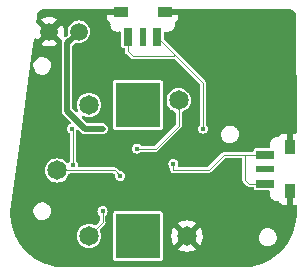
<source format=gbr>
%TF.GenerationSoftware,KiCad,Pcbnew,7.0.8*%
%TF.CreationDate,2024-03-13T10:46:14+01:00*%
%TF.ProjectId,HMI,484d492e-6b69-4636-9164-5f7063625858,rev?*%
%TF.SameCoordinates,Original*%
%TF.FileFunction,Copper,L1,Top*%
%TF.FilePolarity,Positive*%
%FSLAX46Y46*%
G04 Gerber Fmt 4.6, Leading zero omitted, Abs format (unit mm)*
G04 Created by KiCad (PCBNEW 7.0.8) date 2024-03-13 10:46:14*
%MOMM*%
%LPD*%
G01*
G04 APERTURE LIST*
%TA.AperFunction,SMDPad,CuDef*%
%ADD10R,0.750000X1.500000*%
%TD*%
%TA.AperFunction,SMDPad,CuDef*%
%ADD11R,0.600000X1.500000*%
%TD*%
%TA.AperFunction,SMDPad,CuDef*%
%ADD12R,1.300000X0.900000*%
%TD*%
%TA.AperFunction,SMDPad,CuDef*%
%ADD13C,1.500000*%
%TD*%
%TA.AperFunction,SMDPad,CuDef*%
%ADD14R,1.500000X0.750000*%
%TD*%
%TA.AperFunction,SMDPad,CuDef*%
%ADD15R,1.500000X0.600000*%
%TD*%
%TA.AperFunction,SMDPad,CuDef*%
%ADD16R,0.900000X1.300000*%
%TD*%
%TA.AperFunction,ComponentPad*%
%ADD17R,3.816000X3.816000*%
%TD*%
%TA.AperFunction,ComponentPad*%
%ADD18C,1.650000*%
%TD*%
%TA.AperFunction,ViaPad*%
%ADD19C,0.450000*%
%TD*%
%TA.AperFunction,Conductor*%
%ADD20C,0.100000*%
%TD*%
%TA.AperFunction,Conductor*%
%ADD21C,0.500000*%
%TD*%
G04 APERTURE END LIST*
D10*
%TO.P,SW103,1,1*%
%TO.N,/BUTTON2_HMI_BOARD*%
X158568827Y-96115870D03*
X156118827Y-96115870D03*
D11*
%TO.P,SW103,2,2*%
%TO.N,GND*%
X157343827Y-96115870D03*
D12*
%TO.P,SW103,3*%
X159193827Y-94015870D03*
X155493827Y-94015870D03*
%TD*%
D13*
%TO.P,TP102,1*%
%TO.N,GND*%
X149443827Y-95665870D03*
%TD*%
D14*
%TO.P,SW102,1,1*%
%TO.N,/BUTTON1_HMI_BOARD*%
X167693827Y-108535120D03*
X167693827Y-106085120D03*
D15*
%TO.P,SW102,2,2*%
%TO.N,GND*%
X167693827Y-107310120D03*
D16*
%TO.P,SW102,3*%
X169793827Y-109160120D03*
X169793827Y-105460120D03*
%TD*%
D13*
%TO.P,TP101,1*%
%TO.N,VBUS*%
X151943827Y-95665870D03*
%TD*%
D17*
%TO.P,SW101,*%
%TO.N,*%
X156943827Y-112965870D03*
X156943827Y-101865870D03*
D18*
%TO.P,SW101,A,A*%
%TO.N,/ENCODER_A_HMI_BOARD*%
X152793827Y-112965870D03*
%TO.P,SW101,B,B*%
%TO.N,/ENCODER_B_HMI_BOARD*%
X152793827Y-101865870D03*
%TO.P,SW101,C,C*%
%TO.N,GND*%
X161093827Y-112965870D03*
%TO.P,SW101,S1,S1*%
%TO.N,/ENCODER_S1_HMI_BOARD*%
X160393827Y-101465870D03*
%TO.P,SW101,S2,S2*%
%TO.N,/ENCODER_S2_HMI_BOARD*%
X150093827Y-107415870D03*
%TD*%
D19*
%TO.N,/BUTTON2_HMI_BOARD*%
X162443827Y-103865870D03*
%TO.N,/BUTTON1_HMI_BOARD*%
X159943827Y-106865870D03*
%TO.N,/ENCODER_S1_HMI_BOARD*%
X156843827Y-105565870D03*
%TO.N,/ENCODER_B_HMI_BOARD*%
X151343827Y-103865870D03*
X151443827Y-106965870D03*
%TO.N,/ENCODER_A_HMI_BOARD*%
X153943827Y-110865870D03*
%TO.N,/ENCODER_S2_HMI_BOARD*%
X155443827Y-107865870D03*
%TO.N,VBUS*%
X153943827Y-103865870D03*
%TO.N,GND*%
X162943827Y-98365870D03*
X162943827Y-109365870D03*
X169943827Y-97365870D03*
X167943827Y-103365870D03*
X150943827Y-105365870D03*
X147943827Y-108365870D03*
X162943827Y-113365870D03*
X147943827Y-113365870D03*
X152943827Y-98365870D03*
X157943827Y-98365870D03*
X162943827Y-108365870D03*
X147943827Y-103365870D03*
X167943827Y-98365870D03*
X162943827Y-103365870D03*
%TD*%
D20*
%TO.N,/BUTTON2_HMI_BOARD*%
X156543827Y-97765870D02*
X159943827Y-97765870D01*
X159943827Y-97765870D02*
X160081327Y-97628370D01*
X156118827Y-96115870D02*
X156118827Y-97340870D01*
X162443827Y-103865870D02*
X162443827Y-99990870D01*
X162443827Y-99990870D02*
X160081327Y-97628370D01*
X160081327Y-97628370D02*
X158568827Y-96115870D01*
X156118827Y-97340870D02*
X156543827Y-97765870D01*
%TO.N,/BUTTON1_HMI_BOARD*%
X162943827Y-107365870D02*
X159943827Y-107365870D01*
X166313077Y-108535120D02*
X166043827Y-108265870D01*
X166043827Y-108265870D02*
X166043827Y-106085120D01*
X167693827Y-108535120D02*
X166313077Y-108535120D01*
X166043827Y-106085120D02*
X164224577Y-106085120D01*
X167693827Y-106085120D02*
X166043827Y-106085120D01*
X159943827Y-107365870D02*
X159943827Y-106865870D01*
X164224577Y-106085120D02*
X162943827Y-107365870D01*
%TO.N,/ENCODER_S1_HMI_BOARD*%
X156843827Y-105565870D02*
X158443827Y-105565870D01*
X160393827Y-103615870D02*
X160393827Y-101465870D01*
X158443827Y-105565870D02*
X160393827Y-103615870D01*
%TO.N,/ENCODER_B_HMI_BOARD*%
X151443827Y-103965870D02*
X151343827Y-103865870D01*
X151443827Y-106965870D02*
X151443827Y-103965870D01*
%TO.N,/ENCODER_A_HMI_BOARD*%
X153943827Y-111815870D02*
X153943827Y-110865870D01*
X152793827Y-112965870D02*
X153943827Y-111815870D01*
%TO.N,/ENCODER_S2_HMI_BOARD*%
X154993827Y-107415870D02*
X155443827Y-107865870D01*
X150093827Y-107415870D02*
X154993827Y-107415870D01*
D21*
%TO.N,VBUS*%
X152443827Y-103865870D02*
X153943827Y-103865870D01*
X150943827Y-96665870D02*
X150943827Y-102365870D01*
X150943827Y-102365870D02*
X152443827Y-103865870D01*
X151943827Y-95665870D02*
X150943827Y-96665870D01*
%TD*%
%TA.AperFunction,Conductor*%
%TO.N,GND*%
G36*
X155686866Y-93786055D02*
G01*
X155732621Y-93838859D01*
X155743827Y-93890370D01*
X155743827Y-94141870D01*
X155724142Y-94208909D01*
X155671338Y-94254664D01*
X155619827Y-94265870D01*
X154343827Y-94265870D01*
X154343827Y-94513714D01*
X154350228Y-94573242D01*
X154350230Y-94573249D01*
X154400472Y-94707956D01*
X154400476Y-94707963D01*
X154486636Y-94823057D01*
X154572793Y-94887555D01*
X154614663Y-94943489D01*
X154621420Y-95003004D01*
X154613145Y-95065865D01*
X154613145Y-95065871D01*
X154633782Y-95222630D01*
X154633783Y-95222632D01*
X154694291Y-95368711D01*
X154790545Y-95494152D01*
X154915986Y-95590406D01*
X155062065Y-95650914D01*
X155179466Y-95666370D01*
X155179473Y-95666370D01*
X155258181Y-95666370D01*
X155258188Y-95666370D01*
X155375589Y-95650914D01*
X155375592Y-95650912D01*
X155383440Y-95648810D01*
X155384065Y-95651143D01*
X155441331Y-95644981D01*
X155503813Y-95676249D01*
X155539472Y-95736334D01*
X155543327Y-95767013D01*
X155543327Y-96885622D01*
X155554958Y-96944099D01*
X155554959Y-96944100D01*
X155599274Y-97010422D01*
X155665596Y-97054737D01*
X155665597Y-97054738D01*
X155724074Y-97066369D01*
X155724077Y-97066370D01*
X155724079Y-97066370D01*
X155744327Y-97066370D01*
X155811366Y-97086055D01*
X155857121Y-97138859D01*
X155868327Y-97190370D01*
X155868327Y-97303981D01*
X155865945Y-97328170D01*
X155863419Y-97340870D01*
X155863419Y-97340872D01*
X155882859Y-97438609D01*
X155882860Y-97438610D01*
X155882861Y-97438611D01*
X155888981Y-97447770D01*
X155938226Y-97521471D01*
X155948991Y-97528664D01*
X155967780Y-97544084D01*
X156340611Y-97916915D01*
X156356032Y-97935705D01*
X156363226Y-97946472D01*
X156384139Y-97960445D01*
X156384141Y-97960446D01*
X156384143Y-97960447D01*
X156384144Y-97960448D01*
X156446087Y-98001836D01*
X156543827Y-98021279D01*
X156543828Y-98021279D01*
X156556526Y-98018753D01*
X156580718Y-98016370D01*
X159906941Y-98016370D01*
X159931133Y-98018753D01*
X159943826Y-98021278D01*
X159943827Y-98021278D01*
X159943829Y-98021278D01*
X160025745Y-98004984D01*
X160095336Y-98011211D01*
X160137617Y-98038920D01*
X162157008Y-100058311D01*
X162190493Y-100119634D01*
X162193327Y-100145992D01*
X162193327Y-103463259D01*
X162173642Y-103530298D01*
X162157008Y-103550940D01*
X162095303Y-103612644D01*
X162095300Y-103612648D01*
X162034106Y-103732748D01*
X162013023Y-103865867D01*
X162013023Y-103865872D01*
X162034106Y-103998991D01*
X162034107Y-103998994D01*
X162034108Y-103998996D01*
X162079812Y-104088695D01*
X162095300Y-104119091D01*
X162095303Y-104119095D01*
X162190601Y-104214393D01*
X162190605Y-104214396D01*
X162190607Y-104214398D01*
X162310701Y-104275589D01*
X162310703Y-104275589D01*
X162310705Y-104275590D01*
X162443825Y-104296674D01*
X162443827Y-104296674D01*
X162443829Y-104296674D01*
X162576948Y-104275590D01*
X162576948Y-104275589D01*
X162576953Y-104275589D01*
X162697047Y-104214398D01*
X162792355Y-104119090D01*
X162853546Y-103998996D01*
X162853547Y-103998991D01*
X162874631Y-103865872D01*
X162874631Y-103865867D01*
X162853547Y-103732748D01*
X162853546Y-103732746D01*
X162853546Y-103732744D01*
X162792355Y-103612650D01*
X162792353Y-103612648D01*
X162792350Y-103612644D01*
X162730646Y-103550940D01*
X162697161Y-103489617D01*
X162694327Y-103463259D01*
X162694327Y-100027760D01*
X162696710Y-100003566D01*
X162699236Y-99990870D01*
X162679793Y-99893130D01*
X162638405Y-99831187D01*
X162638404Y-99831186D01*
X162635020Y-99826121D01*
X162624428Y-99810268D01*
X162613662Y-99803075D01*
X162594872Y-99787654D01*
X160284538Y-97477321D01*
X160269117Y-97458531D01*
X160261927Y-97447770D01*
X160254610Y-97442881D01*
X160251159Y-97440575D01*
X160232375Y-97425158D01*
X159180646Y-96373429D01*
X159147161Y-96312106D01*
X159144327Y-96285748D01*
X159144327Y-95767013D01*
X159164012Y-95699974D01*
X159216816Y-95654219D01*
X159285974Y-95644275D01*
X159304096Y-95649247D01*
X159304214Y-95648810D01*
X159312063Y-95650913D01*
X159312065Y-95650914D01*
X159429466Y-95666370D01*
X159429473Y-95666370D01*
X159508181Y-95666370D01*
X159508188Y-95666370D01*
X159625589Y-95650914D01*
X159771668Y-95590406D01*
X159897109Y-95494152D01*
X159993363Y-95368711D01*
X160053871Y-95222632D01*
X160074509Y-95065870D01*
X160066232Y-95003004D01*
X160076997Y-94933972D01*
X160114860Y-94887554D01*
X160201018Y-94823056D01*
X160287177Y-94707963D01*
X160287181Y-94707956D01*
X160337423Y-94573249D01*
X160337425Y-94573242D01*
X160343826Y-94513714D01*
X160343827Y-94513697D01*
X160343827Y-94265870D01*
X159067827Y-94265870D01*
X159000788Y-94246185D01*
X158955033Y-94193381D01*
X158943827Y-94141870D01*
X158943827Y-93890370D01*
X158963512Y-93823331D01*
X159016316Y-93777576D01*
X159067827Y-93766370D01*
X169740331Y-93766370D01*
X169747274Y-93766759D01*
X169863337Y-93779839D01*
X169890403Y-93786017D01*
X169990748Y-93821131D01*
X170015759Y-93833176D01*
X170052023Y-93855963D01*
X170105773Y-93889737D01*
X170127481Y-93907049D01*
X170202649Y-93982217D01*
X170219959Y-94003921D01*
X170276522Y-94093939D01*
X170288568Y-94118952D01*
X170323681Y-94219294D01*
X170329860Y-94246363D01*
X170342937Y-94362396D01*
X170343327Y-94369343D01*
X170343328Y-94426631D01*
X170343493Y-94428897D01*
X170369682Y-104185787D01*
X170350177Y-104252879D01*
X170297496Y-104298776D01*
X170245682Y-104310120D01*
X170043827Y-104310120D01*
X170043827Y-105586120D01*
X170024142Y-105653159D01*
X169971338Y-105698914D01*
X169919827Y-105710120D01*
X169667827Y-105710120D01*
X169600788Y-105690435D01*
X169555033Y-105637631D01*
X169543827Y-105586120D01*
X169543827Y-104310120D01*
X169295982Y-104310120D01*
X169236454Y-104316521D01*
X169236447Y-104316523D01*
X169101740Y-104366765D01*
X169101733Y-104366769D01*
X168986639Y-104452929D01*
X168922141Y-104539086D01*
X168866206Y-104580957D01*
X168806694Y-104587714D01*
X168790384Y-104585567D01*
X168783188Y-104584620D01*
X168704466Y-104584620D01*
X168704460Y-104584620D01*
X168704456Y-104584621D01*
X168587066Y-104600075D01*
X168587064Y-104600076D01*
X168440987Y-104660583D01*
X168315545Y-104756838D01*
X168219290Y-104882280D01*
X168158783Y-105028357D01*
X168158782Y-105028359D01*
X168138145Y-105185118D01*
X168138145Y-105185121D01*
X168158782Y-105341880D01*
X168160887Y-105349733D01*
X168158553Y-105350358D01*
X168164716Y-105407624D01*
X168133448Y-105470106D01*
X168073363Y-105505765D01*
X168042684Y-105509620D01*
X166924074Y-105509620D01*
X166865597Y-105521251D01*
X166865596Y-105521252D01*
X166799274Y-105565567D01*
X166754959Y-105631889D01*
X166754958Y-105631890D01*
X166743327Y-105690367D01*
X166743327Y-105710620D01*
X166723642Y-105777659D01*
X166670838Y-105823414D01*
X166619327Y-105834620D01*
X166080713Y-105834620D01*
X166056521Y-105832237D01*
X166043828Y-105829712D01*
X166043826Y-105829712D01*
X166031133Y-105832237D01*
X166006941Y-105834620D01*
X164261463Y-105834620D01*
X164237271Y-105832237D01*
X164224578Y-105829712D01*
X164224576Y-105829712D01*
X164126836Y-105849154D01*
X164126834Y-105849155D01*
X164121131Y-105852966D01*
X164043979Y-105904516D01*
X164043971Y-105904523D01*
X164036778Y-105915289D01*
X164021360Y-105934075D01*
X162876386Y-107079051D01*
X162815063Y-107112536D01*
X162788705Y-107115370D01*
X160480300Y-107115370D01*
X160413261Y-107095685D01*
X160367506Y-107042881D01*
X160357562Y-106973723D01*
X160357827Y-106971973D01*
X160374631Y-106865873D01*
X160374631Y-106865867D01*
X160353547Y-106732748D01*
X160353546Y-106732746D01*
X160353546Y-106732744D01*
X160292355Y-106612650D01*
X160292353Y-106612648D01*
X160292350Y-106612644D01*
X160197052Y-106517346D01*
X160197048Y-106517343D01*
X160197047Y-106517342D01*
X160076953Y-106456151D01*
X160076951Y-106456150D01*
X160076948Y-106456149D01*
X159943829Y-106435066D01*
X159943825Y-106435066D01*
X159810705Y-106456149D01*
X159690605Y-106517343D01*
X159690601Y-106517346D01*
X159595303Y-106612644D01*
X159595300Y-106612648D01*
X159534106Y-106732748D01*
X159513023Y-106865867D01*
X159513023Y-106865872D01*
X159534106Y-106998991D01*
X159534107Y-106998994D01*
X159534108Y-106998996D01*
X159581945Y-107092881D01*
X159595300Y-107119091D01*
X159595303Y-107119095D01*
X159657008Y-107180800D01*
X159690493Y-107242123D01*
X159693327Y-107268481D01*
X159693327Y-107328984D01*
X159690944Y-107353176D01*
X159688419Y-107365869D01*
X159688419Y-107365870D01*
X159692515Y-107386461D01*
X159692516Y-107386467D01*
X159707859Y-107463606D01*
X159707860Y-107463609D01*
X159707861Y-107463610D01*
X159763226Y-107546471D01*
X159846087Y-107601836D01*
X159878667Y-107608316D01*
X159943825Y-107621278D01*
X159943827Y-107621278D01*
X159943828Y-107621278D01*
X159956521Y-107618753D01*
X159980713Y-107616370D01*
X162906941Y-107616370D01*
X162931133Y-107618753D01*
X162943826Y-107621278D01*
X162943827Y-107621278D01*
X162943829Y-107621278D01*
X163041563Y-107601837D01*
X163041563Y-107601836D01*
X163041568Y-107601836D01*
X163080903Y-107575553D01*
X163124428Y-107546471D01*
X163131621Y-107535703D01*
X163147037Y-107516918D01*
X164292018Y-106371939D01*
X164353341Y-106338454D01*
X164379699Y-106335620D01*
X165669327Y-106335620D01*
X165736366Y-106355305D01*
X165782121Y-106408109D01*
X165793327Y-106459620D01*
X165793327Y-108228981D01*
X165790945Y-108253170D01*
X165788419Y-108265870D01*
X165788419Y-108265872D01*
X165807859Y-108363609D01*
X165807860Y-108363610D01*
X165807861Y-108363611D01*
X165815763Y-108375437D01*
X165863226Y-108446471D01*
X165873995Y-108453666D01*
X165892784Y-108469087D01*
X166109859Y-108686162D01*
X166125280Y-108704952D01*
X166132473Y-108715718D01*
X166132474Y-108715718D01*
X166132476Y-108715721D01*
X166185540Y-108751177D01*
X166215336Y-108771086D01*
X166215340Y-108771087D01*
X166313075Y-108790528D01*
X166313077Y-108790528D01*
X166313078Y-108790528D01*
X166325771Y-108788003D01*
X166349963Y-108785620D01*
X166619327Y-108785620D01*
X166686366Y-108805305D01*
X166732121Y-108858109D01*
X166743327Y-108909620D01*
X166743327Y-108929872D01*
X166754958Y-108988349D01*
X166754959Y-108988350D01*
X166799274Y-109054672D01*
X166865596Y-109098987D01*
X166865597Y-109098988D01*
X166924074Y-109110619D01*
X166924077Y-109110620D01*
X166924079Y-109110620D01*
X168042684Y-109110620D01*
X168109723Y-109130305D01*
X168155478Y-109183109D01*
X168165422Y-109252267D01*
X168160449Y-109270389D01*
X168160887Y-109270507D01*
X168158782Y-109278359D01*
X168138145Y-109435118D01*
X168138145Y-109435121D01*
X168158782Y-109591880D01*
X168158783Y-109591882D01*
X168219291Y-109737961D01*
X168315545Y-109863402D01*
X168440986Y-109959656D01*
X168587065Y-110020164D01*
X168704466Y-110035620D01*
X168704473Y-110035620D01*
X168783181Y-110035620D01*
X168783188Y-110035620D01*
X168806690Y-110032525D01*
X168875720Y-110043288D01*
X168922142Y-110081153D01*
X168986640Y-110167310D01*
X169101733Y-110253470D01*
X169101740Y-110253474D01*
X169236447Y-110303716D01*
X169236454Y-110303718D01*
X169295982Y-110310119D01*
X169295999Y-110310120D01*
X169543827Y-110310120D01*
X169543827Y-109034120D01*
X169563512Y-108967081D01*
X169616316Y-108921326D01*
X169667827Y-108910120D01*
X169919827Y-108910120D01*
X169986866Y-108929805D01*
X170032621Y-108982609D01*
X170043827Y-109034120D01*
X170043827Y-110310120D01*
X170262452Y-110310120D01*
X170329491Y-110329805D01*
X170375246Y-110382609D01*
X170386452Y-110433787D01*
X170388654Y-111254014D01*
X170388384Y-111259959D01*
X170351078Y-111658714D01*
X170350314Y-111664214D01*
X170276468Y-112063603D01*
X170275216Y-112069013D01*
X170165944Y-112460223D01*
X170164212Y-112465499D01*
X170020399Y-112845351D01*
X170018202Y-112850450D01*
X169840995Y-113215927D01*
X169838351Y-113220810D01*
X169629167Y-113568979D01*
X169626097Y-113573606D01*
X169386625Y-113901660D01*
X169383154Y-113905994D01*
X169115294Y-114211330D01*
X169111449Y-114215336D01*
X168817361Y-114495493D01*
X168813173Y-114499139D01*
X168495211Y-114751872D01*
X168490714Y-114755130D01*
X168151425Y-114978416D01*
X168146655Y-114981258D01*
X167788751Y-115173312D01*
X167783750Y-115175713D01*
X167427204Y-115327702D01*
X167410118Y-115334986D01*
X167404918Y-115336933D01*
X167018522Y-115462160D01*
X167013169Y-115463633D01*
X166617132Y-115553803D01*
X166611668Y-115554792D01*
X166209164Y-115609183D01*
X166203633Y-115609679D01*
X165797250Y-115627886D01*
X165794475Y-115627948D01*
X150729641Y-115627948D01*
X150726892Y-115627886D01*
X150319221Y-115609596D01*
X150313695Y-115609099D01*
X149978557Y-115563753D01*
X149910706Y-115554573D01*
X149905236Y-115553581D01*
X149508752Y-115463194D01*
X149503392Y-115461717D01*
X149116584Y-115336193D01*
X149111395Y-115334248D01*
X148737370Y-115174591D01*
X148732376Y-115172190D01*
X148374152Y-114979689D01*
X148369378Y-114976841D01*
X148331839Y-114952099D01*
X148243117Y-114893622D01*
X154835327Y-114893622D01*
X154846958Y-114952099D01*
X154846959Y-114952100D01*
X154891274Y-115018422D01*
X154957596Y-115062737D01*
X154957597Y-115062738D01*
X155016074Y-115074369D01*
X155016077Y-115074370D01*
X155016079Y-115074370D01*
X158871577Y-115074370D01*
X158871578Y-115074369D01*
X158886395Y-115071422D01*
X158930056Y-115062738D01*
X158930056Y-115062737D01*
X158930058Y-115062737D01*
X158996379Y-115018422D01*
X159040694Y-114952101D01*
X159040694Y-114952099D01*
X159040695Y-114952099D01*
X159052326Y-114893622D01*
X159052327Y-114893620D01*
X159052327Y-112965870D01*
X159763766Y-112965870D01*
X159783972Y-113196828D01*
X159783974Y-113196838D01*
X159843975Y-113420770D01*
X159843979Y-113420779D01*
X159941959Y-113630899D01*
X159941960Y-113630901D01*
X159996850Y-113709292D01*
X159996851Y-113709293D01*
X160567897Y-113138246D01*
X160570711Y-113151785D01*
X160640269Y-113286026D01*
X160743465Y-113396522D01*
X160872646Y-113475079D01*
X160923829Y-113489419D01*
X160350402Y-114062845D01*
X160428800Y-114117738D01*
X160638917Y-114215717D01*
X160638926Y-114215721D01*
X160862858Y-114275722D01*
X160862868Y-114275724D01*
X161093826Y-114295931D01*
X161093828Y-114295931D01*
X161324785Y-114275724D01*
X161324795Y-114275722D01*
X161548727Y-114215721D01*
X161548736Y-114215717D01*
X161758857Y-114117737D01*
X161837250Y-114062845D01*
X161265395Y-113490991D01*
X161382285Y-113440219D01*
X161499566Y-113344804D01*
X161586755Y-113221285D01*
X161617181Y-113135672D01*
X162190802Y-113709293D01*
X162245694Y-113630900D01*
X162343674Y-113420779D01*
X162343678Y-113420770D01*
X162403679Y-113196838D01*
X162403681Y-113196828D01*
X162411295Y-113109803D01*
X167189495Y-113109803D01*
X167219961Y-113282576D01*
X167219962Y-113282581D01*
X167289450Y-113443674D01*
X167289451Y-113443676D01*
X167289453Y-113443679D01*
X167381091Y-113566769D01*
X167394217Y-113584400D01*
X167528613Y-113697172D01*
X167606315Y-113736195D01*
X167685389Y-113775908D01*
X167685390Y-113775908D01*
X167685394Y-113775910D01*
X167856106Y-113816370D01*
X167856109Y-113816370D01*
X167987528Y-113816370D01*
X167987536Y-113816370D01*
X168118082Y-113801111D01*
X168282944Y-113741107D01*
X168429523Y-113644700D01*
X168549919Y-113517088D01*
X168637639Y-113365151D01*
X168687957Y-113197080D01*
X168698158Y-113021935D01*
X168667692Y-112849159D01*
X168598204Y-112688066D01*
X168493437Y-112547340D01*
X168421574Y-112487040D01*
X168359041Y-112434568D01*
X168359039Y-112434567D01*
X168202264Y-112355831D01*
X168202260Y-112355830D01*
X168031548Y-112315370D01*
X167900118Y-112315370D01*
X167795681Y-112327577D01*
X167769570Y-112330629D01*
X167769567Y-112330630D01*
X167604711Y-112390632D01*
X167604707Y-112390634D01*
X167458133Y-112487037D01*
X167458132Y-112487038D01*
X167337737Y-112614648D01*
X167250015Y-112766588D01*
X167199697Y-112934659D01*
X167199696Y-112934664D01*
X167189495Y-113109803D01*
X162411295Y-113109803D01*
X162423888Y-112965870D01*
X162423888Y-112965869D01*
X162403681Y-112734911D01*
X162403679Y-112734901D01*
X162343678Y-112510969D01*
X162343674Y-112510960D01*
X162245695Y-112300842D01*
X162190801Y-112222446D01*
X161619756Y-112793492D01*
X161616943Y-112779955D01*
X161547385Y-112645714D01*
X161444189Y-112535218D01*
X161315008Y-112456661D01*
X161263824Y-112442320D01*
X161837250Y-111868894D01*
X161837249Y-111868893D01*
X161758858Y-111814003D01*
X161758856Y-111814002D01*
X161548736Y-111716022D01*
X161548727Y-111716018D01*
X161324795Y-111656017D01*
X161324785Y-111656015D01*
X161093828Y-111635809D01*
X161093826Y-111635809D01*
X160862868Y-111656015D01*
X160862858Y-111656017D01*
X160638926Y-111716018D01*
X160638917Y-111716022D01*
X160428798Y-111814002D01*
X160428796Y-111814003D01*
X160350404Y-111868894D01*
X160350403Y-111868894D01*
X160922258Y-112440748D01*
X160805369Y-112491521D01*
X160688088Y-112586936D01*
X160600899Y-112710455D01*
X160570472Y-112796067D01*
X159996851Y-112222446D01*
X159996851Y-112222447D01*
X159941960Y-112300839D01*
X159941959Y-112300841D01*
X159843979Y-112510960D01*
X159843975Y-112510969D01*
X159783974Y-112734901D01*
X159783972Y-112734911D01*
X159763766Y-112965869D01*
X159763766Y-112965870D01*
X159052327Y-112965870D01*
X159052327Y-111038119D01*
X159052326Y-111038117D01*
X159040695Y-110979640D01*
X159040694Y-110979639D01*
X158996379Y-110913317D01*
X158930057Y-110869002D01*
X158930056Y-110869001D01*
X158871579Y-110857370D01*
X158871575Y-110857370D01*
X155016079Y-110857370D01*
X155016074Y-110857370D01*
X154957597Y-110869001D01*
X154957596Y-110869002D01*
X154891274Y-110913317D01*
X154846959Y-110979639D01*
X154846958Y-110979640D01*
X154835327Y-111038117D01*
X154835327Y-114893622D01*
X148243117Y-114893622D01*
X148029831Y-114753044D01*
X148025347Y-114749791D01*
X147845058Y-114606250D01*
X147707201Y-114496491D01*
X147703011Y-114492837D01*
X147408821Y-114212071D01*
X147404976Y-114208056D01*
X147137114Y-113902088D01*
X147133643Y-113897745D01*
X146894248Y-113569020D01*
X146891180Y-113564384D01*
X146682172Y-113215534D01*
X146679542Y-113210663D01*
X146561254Y-112965870D01*
X151763365Y-112965870D01*
X151783164Y-113166901D01*
X151841805Y-113360215D01*
X151937025Y-113538358D01*
X151937030Y-113538365D01*
X152065179Y-113694517D01*
X152164358Y-113775910D01*
X152221333Y-113822668D01*
X152221336Y-113822669D01*
X152221338Y-113822671D01*
X152399481Y-113917891D01*
X152399483Y-113917891D01*
X152399486Y-113917893D01*
X152592794Y-113976532D01*
X152793827Y-113996332D01*
X152994860Y-113976532D01*
X153188168Y-113917893D01*
X153210430Y-113905994D01*
X153366315Y-113822671D01*
X153366313Y-113822671D01*
X153366321Y-113822668D01*
X153522474Y-113694517D01*
X153650625Y-113538364D01*
X153745850Y-113360211D01*
X153804489Y-113166903D01*
X153824289Y-112965870D01*
X153804489Y-112764837D01*
X153745850Y-112571529D01*
X153745848Y-112571526D01*
X153745848Y-112571524D01*
X153718344Y-112520068D01*
X153704102Y-112451666D01*
X153729102Y-112386422D01*
X153740012Y-112373943D01*
X154094878Y-112019078D01*
X154113663Y-112003662D01*
X154124428Y-111996471D01*
X154179793Y-111913610D01*
X154199236Y-111815870D01*
X154198864Y-111814002D01*
X154196710Y-111803171D01*
X154194327Y-111778979D01*
X154194327Y-111268481D01*
X154214012Y-111201442D01*
X154230646Y-111180800D01*
X154292350Y-111119095D01*
X154292355Y-111119090D01*
X154353546Y-110998996D01*
X154353547Y-110998991D01*
X154374631Y-110865872D01*
X154374631Y-110865867D01*
X154353547Y-110732748D01*
X154353546Y-110732746D01*
X154353546Y-110732744D01*
X154292355Y-110612650D01*
X154292353Y-110612648D01*
X154292350Y-110612644D01*
X154197052Y-110517346D01*
X154197048Y-110517343D01*
X154197047Y-110517342D01*
X154076953Y-110456151D01*
X154076951Y-110456150D01*
X154076948Y-110456149D01*
X153943829Y-110435066D01*
X153943825Y-110435066D01*
X153810705Y-110456149D01*
X153690605Y-110517343D01*
X153690601Y-110517346D01*
X153595303Y-110612644D01*
X153595300Y-110612648D01*
X153534106Y-110732748D01*
X153513023Y-110865867D01*
X153513023Y-110865872D01*
X153534106Y-110998991D01*
X153534107Y-110998994D01*
X153534108Y-110998996D01*
X153595299Y-111119090D01*
X153595300Y-111119091D01*
X153595303Y-111119095D01*
X153657008Y-111180800D01*
X153690493Y-111242123D01*
X153693327Y-111268481D01*
X153693327Y-111660747D01*
X153673642Y-111727786D01*
X153657008Y-111748428D01*
X153385760Y-112019675D01*
X153324437Y-112053160D01*
X153254745Y-112048176D01*
X153239632Y-112041355D01*
X153188168Y-112013847D01*
X153091514Y-111984527D01*
X152994858Y-111955207D01*
X152793827Y-111935408D01*
X152592795Y-111955207D01*
X152399481Y-112013848D01*
X152221338Y-112109068D01*
X152221331Y-112109073D01*
X152065179Y-112237222D01*
X151937030Y-112393374D01*
X151937025Y-112393381D01*
X151841805Y-112571524D01*
X151783164Y-112764838D01*
X151763365Y-112965870D01*
X146561254Y-112965870D01*
X146502599Y-112844485D01*
X146500419Y-112839403D01*
X146356975Y-112458864D01*
X146355255Y-112453598D01*
X146246456Y-112061739D01*
X146245215Y-112056340D01*
X146244632Y-112053160D01*
X146196646Y-111791192D01*
X146171941Y-111656322D01*
X146171185Y-111650815D01*
X146157084Y-111497171D01*
X146134018Y-111245855D01*
X146133759Y-111240330D01*
X146133142Y-110909803D01*
X148089495Y-110909803D01*
X148112122Y-111038119D01*
X148119962Y-111082581D01*
X148189450Y-111243674D01*
X148189451Y-111243676D01*
X148189453Y-111243679D01*
X148244105Y-111317088D01*
X148294217Y-111384400D01*
X148428613Y-111497172D01*
X148506315Y-111536195D01*
X148585389Y-111575908D01*
X148585390Y-111575908D01*
X148585394Y-111575910D01*
X148756106Y-111616370D01*
X148756109Y-111616370D01*
X148887528Y-111616370D01*
X148887536Y-111616370D01*
X149018082Y-111601111D01*
X149182944Y-111541107D01*
X149329523Y-111444700D01*
X149449919Y-111317088D01*
X149537639Y-111165151D01*
X149587957Y-110997080D01*
X149598158Y-110821935D01*
X149567692Y-110649159D01*
X149498204Y-110488066D01*
X149393437Y-110347340D01*
X149341450Y-110303718D01*
X149259041Y-110234568D01*
X149259039Y-110234567D01*
X149102264Y-110155831D01*
X149102260Y-110155830D01*
X148931548Y-110115370D01*
X148800118Y-110115370D01*
X148695681Y-110127577D01*
X148669570Y-110130629D01*
X148669567Y-110130630D01*
X148504711Y-110190632D01*
X148504707Y-110190634D01*
X148358133Y-110287037D01*
X148358132Y-110287038D01*
X148237737Y-110414648D01*
X148150015Y-110566588D01*
X148099697Y-110734659D01*
X148099696Y-110734664D01*
X148089495Y-110909803D01*
X146133142Y-110909803D01*
X146133026Y-110847850D01*
X146133602Y-110839303D01*
X146602999Y-107415870D01*
X149063365Y-107415870D01*
X149083164Y-107616901D01*
X149141805Y-107810215D01*
X149237025Y-107988358D01*
X149237028Y-107988362D01*
X149237029Y-107988364D01*
X149256515Y-108012108D01*
X149365179Y-108144517D01*
X149466489Y-108227659D01*
X149521333Y-108272668D01*
X149521336Y-108272669D01*
X149521338Y-108272671D01*
X149699481Y-108367891D01*
X149699483Y-108367891D01*
X149699486Y-108367893D01*
X149892794Y-108426532D01*
X150093827Y-108446332D01*
X150294860Y-108426532D01*
X150488168Y-108367893D01*
X150666321Y-108272668D01*
X150822474Y-108144517D01*
X150950625Y-107988364D01*
X151045850Y-107810211D01*
X151062788Y-107754372D01*
X151101085Y-107695936D01*
X151164897Y-107667480D01*
X151181448Y-107666370D01*
X154838705Y-107666370D01*
X154905744Y-107686055D01*
X154926386Y-107702689D01*
X154978812Y-107755115D01*
X155012297Y-107816438D01*
X155013606Y-107862184D01*
X155013023Y-107865866D01*
X155013023Y-107865872D01*
X155034106Y-107998991D01*
X155034107Y-107998994D01*
X155034108Y-107998996D01*
X155091049Y-108110748D01*
X155095300Y-108119091D01*
X155095303Y-108119095D01*
X155190601Y-108214393D01*
X155190605Y-108214396D01*
X155190607Y-108214398D01*
X155310701Y-108275589D01*
X155310703Y-108275589D01*
X155310705Y-108275590D01*
X155443825Y-108296674D01*
X155443827Y-108296674D01*
X155443829Y-108296674D01*
X155576948Y-108275590D01*
X155576948Y-108275589D01*
X155576953Y-108275589D01*
X155697047Y-108214398D01*
X155792355Y-108119090D01*
X155853546Y-107998996D01*
X155874631Y-107865870D01*
X155874630Y-107865866D01*
X155853547Y-107732748D01*
X155853546Y-107732746D01*
X155853546Y-107732744D01*
X155792355Y-107612650D01*
X155792353Y-107612648D01*
X155792350Y-107612644D01*
X155697052Y-107517346D01*
X155697048Y-107517343D01*
X155697047Y-107517342D01*
X155576953Y-107456151D01*
X155576951Y-107456150D01*
X155576948Y-107456149D01*
X155443829Y-107435066D01*
X155443824Y-107435066D01*
X155440141Y-107435649D01*
X155435632Y-107435066D01*
X155434069Y-107435066D01*
X155434069Y-107434863D01*
X155370849Y-107426689D01*
X155333072Y-107400855D01*
X155197044Y-107264827D01*
X155181621Y-107246035D01*
X155179007Y-107242123D01*
X155174428Y-107235269D01*
X155174427Y-107235268D01*
X155120386Y-107199159D01*
X155105976Y-107189531D01*
X155091568Y-107179904D01*
X155091566Y-107179903D01*
X155091563Y-107179902D01*
X154993829Y-107160462D01*
X154993826Y-107160462D01*
X154981133Y-107162987D01*
X154956941Y-107165370D01*
X151988219Y-107165370D01*
X151921180Y-107145685D01*
X151875425Y-107092881D01*
X151865481Y-107023723D01*
X151865746Y-107021973D01*
X151874631Y-106965873D01*
X151874631Y-106965867D01*
X151853547Y-106832748D01*
X151853546Y-106832746D01*
X151853546Y-106832744D01*
X151792355Y-106712650D01*
X151792353Y-106712648D01*
X151792350Y-106712644D01*
X151730646Y-106650940D01*
X151697161Y-106589617D01*
X151694327Y-106563259D01*
X151694327Y-105565872D01*
X156413023Y-105565872D01*
X156434106Y-105698991D01*
X156434107Y-105698994D01*
X156434108Y-105698996D01*
X156495299Y-105819090D01*
X156495300Y-105819091D01*
X156495303Y-105819095D01*
X156590601Y-105914393D01*
X156590605Y-105914396D01*
X156590607Y-105914398D01*
X156710701Y-105975589D01*
X156710703Y-105975589D01*
X156710705Y-105975590D01*
X156843825Y-105996674D01*
X156843827Y-105996674D01*
X156843829Y-105996674D01*
X156976948Y-105975590D01*
X156976948Y-105975589D01*
X156976953Y-105975589D01*
X157097047Y-105914398D01*
X157158757Y-105852687D01*
X157220078Y-105819204D01*
X157246437Y-105816370D01*
X158406941Y-105816370D01*
X158431133Y-105818753D01*
X158443826Y-105821278D01*
X158443827Y-105821278D01*
X158443829Y-105821278D01*
X158541563Y-105801837D01*
X158541563Y-105801836D01*
X158541568Y-105801836D01*
X158588968Y-105770164D01*
X158624428Y-105746471D01*
X158631621Y-105735703D01*
X158647037Y-105716918D01*
X159954152Y-104409803D01*
X163989495Y-104409803D01*
X164004885Y-104497080D01*
X164019962Y-104582581D01*
X164089450Y-104743674D01*
X164089451Y-104743676D01*
X164089453Y-104743679D01*
X164099250Y-104756838D01*
X164194217Y-104884400D01*
X164328613Y-104997172D01*
X164390708Y-105028357D01*
X164485389Y-105075908D01*
X164485390Y-105075908D01*
X164485394Y-105075910D01*
X164656106Y-105116370D01*
X164656109Y-105116370D01*
X164787528Y-105116370D01*
X164787536Y-105116370D01*
X164918082Y-105101111D01*
X165082944Y-105041107D01*
X165229523Y-104944700D01*
X165349919Y-104817088D01*
X165437639Y-104665151D01*
X165487957Y-104497080D01*
X165498158Y-104321935D01*
X165467692Y-104149159D01*
X165398204Y-103988066D01*
X165379347Y-103962737D01*
X165330494Y-103897116D01*
X165293437Y-103847340D01*
X165232811Y-103796469D01*
X165159041Y-103734568D01*
X165159039Y-103734567D01*
X165002264Y-103655831D01*
X165002260Y-103655830D01*
X164831548Y-103615370D01*
X164700118Y-103615370D01*
X164595681Y-103627577D01*
X164569570Y-103630629D01*
X164569567Y-103630630D01*
X164404711Y-103690632D01*
X164404707Y-103690634D01*
X164258133Y-103787037D01*
X164258132Y-103787038D01*
X164137737Y-103914648D01*
X164050015Y-104066588D01*
X163999697Y-104234659D01*
X163999696Y-104234664D01*
X163989495Y-104409803D01*
X159954152Y-104409803D01*
X160544875Y-103819080D01*
X160563660Y-103803664D01*
X160574428Y-103796471D01*
X160629793Y-103713610D01*
X160634363Y-103690634D01*
X160645516Y-103634570D01*
X160645517Y-103634559D01*
X160649235Y-103615870D01*
X160649235Y-103615869D01*
X160646710Y-103603176D01*
X160644327Y-103578984D01*
X160644327Y-102553490D01*
X160664012Y-102486451D01*
X160716816Y-102440696D01*
X160732318Y-102434834D01*
X160788168Y-102417893D01*
X160966321Y-102322668D01*
X161122474Y-102194517D01*
X161250625Y-102038364D01*
X161345850Y-101860211D01*
X161404489Y-101666903D01*
X161424289Y-101465870D01*
X161404489Y-101264837D01*
X161345850Y-101071529D01*
X161345848Y-101071526D01*
X161345848Y-101071524D01*
X161250628Y-100893381D01*
X161250626Y-100893379D01*
X161250625Y-100893376D01*
X161203052Y-100835408D01*
X161122474Y-100737222D01*
X160966322Y-100609073D01*
X160966315Y-100609068D01*
X160788172Y-100513848D01*
X160594858Y-100455207D01*
X160393827Y-100435408D01*
X160192795Y-100455207D01*
X159999481Y-100513848D01*
X159821338Y-100609068D01*
X159821331Y-100609073D01*
X159665179Y-100737222D01*
X159537030Y-100893374D01*
X159537025Y-100893381D01*
X159441805Y-101071524D01*
X159383164Y-101264838D01*
X159363365Y-101465870D01*
X159383164Y-101666901D01*
X159441805Y-101860215D01*
X159537025Y-102038358D01*
X159537030Y-102038365D01*
X159665179Y-102194517D01*
X159773843Y-102283694D01*
X159821333Y-102322668D01*
X159821336Y-102322669D01*
X159821338Y-102322671D01*
X159999478Y-102417889D01*
X159999480Y-102417889D01*
X159999486Y-102417893D01*
X160055324Y-102434831D01*
X160113760Y-102473126D01*
X160142217Y-102536937D01*
X160143327Y-102553490D01*
X160143327Y-103460748D01*
X160123642Y-103527787D01*
X160107008Y-103548429D01*
X158376386Y-105279051D01*
X158315063Y-105312536D01*
X158288705Y-105315370D01*
X157246437Y-105315370D01*
X157179398Y-105295685D01*
X157158760Y-105279055D01*
X157097047Y-105217342D01*
X156976953Y-105156151D01*
X156976951Y-105156150D01*
X156976948Y-105156149D01*
X156843829Y-105135066D01*
X156843825Y-105135066D01*
X156710705Y-105156149D01*
X156590605Y-105217343D01*
X156590601Y-105217346D01*
X156495303Y-105312644D01*
X156495300Y-105312648D01*
X156434106Y-105432748D01*
X156413023Y-105565867D01*
X156413023Y-105565872D01*
X151694327Y-105565872D01*
X151694327Y-104144989D01*
X151707842Y-104088695D01*
X151736569Y-104032315D01*
X151738948Y-104027645D01*
X151786921Y-103976851D01*
X151854742Y-103960055D01*
X151920877Y-103982592D01*
X151937113Y-103996260D01*
X152104921Y-104164068D01*
X152109557Y-104169256D01*
X152122741Y-104185787D01*
X152133948Y-104199840D01*
X152183085Y-104233341D01*
X152230944Y-104268663D01*
X152230946Y-104268664D01*
X152238493Y-104272653D01*
X152246153Y-104276342D01*
X152302995Y-104293874D01*
X152359123Y-104313515D01*
X152359125Y-104313515D01*
X152359127Y-104313516D01*
X152359128Y-104313516D01*
X152367521Y-104315103D01*
X152375922Y-104316370D01*
X152375925Y-104316370D01*
X152435400Y-104316370D01*
X152494836Y-104318594D01*
X152494836Y-104318593D01*
X152494837Y-104318594D01*
X152494837Y-104318593D01*
X152504070Y-104317554D01*
X152504163Y-104318383D01*
X152519463Y-104316370D01*
X153977589Y-104316370D01*
X154078114Y-104301218D01*
X154200469Y-104242295D01*
X154300021Y-104149925D01*
X154367923Y-104032315D01*
X154398142Y-103899916D01*
X154394558Y-103852099D01*
X154390390Y-103796471D01*
X154390176Y-103793622D01*
X154835327Y-103793622D01*
X154846958Y-103852099D01*
X154846959Y-103852100D01*
X154891274Y-103918422D01*
X154957596Y-103962737D01*
X154957597Y-103962738D01*
X155016074Y-103974369D01*
X155016077Y-103974370D01*
X155016079Y-103974370D01*
X158871577Y-103974370D01*
X158871578Y-103974369D01*
X158886395Y-103971422D01*
X158930056Y-103962738D01*
X158930056Y-103962737D01*
X158930058Y-103962737D01*
X158996379Y-103918422D01*
X159040694Y-103852101D01*
X159040694Y-103852099D01*
X159040695Y-103852099D01*
X159050330Y-103803659D01*
X159052327Y-103793618D01*
X159052327Y-99938122D01*
X159052327Y-99938119D01*
X159052326Y-99938117D01*
X159040695Y-99879640D01*
X159040694Y-99879639D01*
X158996379Y-99813317D01*
X158930057Y-99769002D01*
X158930056Y-99769001D01*
X158871579Y-99757370D01*
X158871575Y-99757370D01*
X155016079Y-99757370D01*
X155016074Y-99757370D01*
X154957597Y-99769001D01*
X154957596Y-99769002D01*
X154891274Y-99813317D01*
X154846959Y-99879639D01*
X154846958Y-99879640D01*
X154835327Y-99938117D01*
X154835327Y-103793622D01*
X154390176Y-103793622D01*
X154387993Y-103764492D01*
X154338379Y-103638076D01*
X154338379Y-103638075D01*
X154268890Y-103550940D01*
X154253706Y-103531900D01*
X154253705Y-103531899D01*
X154253704Y-103531898D01*
X154253703Y-103531897D01*
X154141502Y-103455399D01*
X154141498Y-103455397D01*
X154011730Y-103415370D01*
X154011729Y-103415370D01*
X152681792Y-103415370D01*
X152614753Y-103395685D01*
X152594111Y-103379051D01*
X152203169Y-102988109D01*
X152169684Y-102926786D01*
X152174668Y-102857094D01*
X152216540Y-102801161D01*
X152282004Y-102776744D01*
X152349303Y-102791069D01*
X152399486Y-102817893D01*
X152592794Y-102876532D01*
X152793827Y-102896332D01*
X152994860Y-102876532D01*
X153188168Y-102817893D01*
X153366321Y-102722668D01*
X153522474Y-102594517D01*
X153650625Y-102438364D01*
X153745850Y-102260211D01*
X153804489Y-102066903D01*
X153824289Y-101865870D01*
X153804489Y-101664837D01*
X153745850Y-101471529D01*
X153745848Y-101471526D01*
X153745848Y-101471524D01*
X153650628Y-101293381D01*
X153650626Y-101293379D01*
X153650625Y-101293376D01*
X153611651Y-101245886D01*
X153522474Y-101137222D01*
X153366322Y-101009073D01*
X153366315Y-101009068D01*
X153188172Y-100913848D01*
X152994858Y-100855207D01*
X152793827Y-100835408D01*
X152592795Y-100855207D01*
X152399481Y-100913848D01*
X152221338Y-101009068D01*
X152221331Y-101009073D01*
X152065179Y-101137222D01*
X151937030Y-101293374D01*
X151937025Y-101293381D01*
X151841805Y-101471524D01*
X151783164Y-101664838D01*
X151763365Y-101865870D01*
X151783164Y-102066901D01*
X151841805Y-102260215D01*
X151868626Y-102310393D01*
X151882868Y-102378796D01*
X151857868Y-102444040D01*
X151801563Y-102485410D01*
X151731829Y-102489772D01*
X151671587Y-102456527D01*
X151430646Y-102215586D01*
X151397161Y-102154263D01*
X151394327Y-102127905D01*
X151394327Y-96903835D01*
X151414012Y-96836796D01*
X151430646Y-96816154D01*
X151521620Y-96725180D01*
X151618003Y-96628796D01*
X151679324Y-96595313D01*
X151741678Y-96597819D01*
X151757493Y-96602616D01*
X151757495Y-96602617D01*
X151774201Y-96604262D01*
X151943827Y-96620969D01*
X152130158Y-96602617D01*
X152309328Y-96548266D01*
X152474452Y-96460006D01*
X152619184Y-96341227D01*
X152737963Y-96196495D01*
X152826223Y-96031371D01*
X152880574Y-95852201D01*
X152898926Y-95665870D01*
X152880574Y-95479539D01*
X152826223Y-95300369D01*
X152754065Y-95165370D01*
X152737964Y-95135246D01*
X152737962Y-95135243D01*
X152619184Y-94990512D01*
X152474453Y-94871734D01*
X152474450Y-94871732D01*
X152309329Y-94783474D01*
X152130160Y-94729123D01*
X152130158Y-94729122D01*
X151943827Y-94710771D01*
X151757495Y-94729122D01*
X151757493Y-94729123D01*
X151578324Y-94783474D01*
X151413203Y-94871732D01*
X151413200Y-94871734D01*
X151268469Y-94990512D01*
X151149691Y-95135243D01*
X151149689Y-95135246D01*
X151061431Y-95300367D01*
X151007080Y-95479536D01*
X151007079Y-95479538D01*
X150988728Y-95665870D01*
X151007079Y-95852201D01*
X151011878Y-95868019D01*
X151012501Y-95937886D01*
X150980898Y-95991694D01*
X150856957Y-96115635D01*
X150795634Y-96149120D01*
X150725942Y-96144136D01*
X150670009Y-96102264D01*
X150645592Y-96036800D01*
X150649501Y-95995860D01*
X150679538Y-95883760D01*
X150679539Y-95883754D01*
X150698602Y-95665870D01*
X150698602Y-95665869D01*
X150679539Y-95447985D01*
X150679537Y-95447975D01*
X150622932Y-95236719D01*
X150622928Y-95236710D01*
X150530495Y-95038485D01*
X150486950Y-94976298D01*
X149797380Y-95665869D01*
X149797380Y-95665870D01*
X150496163Y-96364654D01*
X150529648Y-96425977D01*
X150526973Y-96488884D01*
X150515819Y-96525046D01*
X150496180Y-96581171D01*
X150494598Y-96589529D01*
X150493327Y-96597970D01*
X150493327Y-96657443D01*
X150491102Y-96716879D01*
X150492143Y-96726113D01*
X150491312Y-96726206D01*
X150493327Y-96741505D01*
X150493327Y-102337087D01*
X150492937Y-102344025D01*
X150491551Y-102356324D01*
X150488556Y-102382904D01*
X150499615Y-102441349D01*
X150508479Y-102500160D01*
X150510989Y-102508297D01*
X150513805Y-102516345D01*
X150541604Y-102568942D01*
X150567403Y-102622514D01*
X150572189Y-102629535D01*
X150577258Y-102636402D01*
X150577261Y-102636408D01*
X150577265Y-102636412D01*
X150619323Y-102678470D01*
X150659774Y-102722066D01*
X150667037Y-102727858D01*
X150666516Y-102728511D01*
X150678757Y-102737904D01*
X151213436Y-103272583D01*
X151246921Y-103333906D01*
X151241937Y-103403598D01*
X151200065Y-103459531D01*
X151182051Y-103470748D01*
X151090608Y-103517341D01*
X151090601Y-103517346D01*
X150995303Y-103612644D01*
X150995300Y-103612648D01*
X150934106Y-103732748D01*
X150913023Y-103865867D01*
X150913023Y-103865872D01*
X150934106Y-103998991D01*
X150934107Y-103998994D01*
X150934108Y-103998996D01*
X150979812Y-104088695D01*
X150995300Y-104119091D01*
X150995303Y-104119095D01*
X151090601Y-104214393D01*
X151090604Y-104214395D01*
X151090607Y-104214398D01*
X151125621Y-104232238D01*
X151176417Y-104280212D01*
X151193327Y-104342723D01*
X151193327Y-106563259D01*
X151173642Y-106630298D01*
X151157008Y-106650940D01*
X151095303Y-106712644D01*
X151095298Y-106712651D01*
X151084856Y-106733145D01*
X151036881Y-106783941D01*
X150969060Y-106800735D01*
X150902925Y-106778197D01*
X150878518Y-106755513D01*
X150822473Y-106687222D01*
X150666322Y-106559073D01*
X150666315Y-106559068D01*
X150488172Y-106463848D01*
X150294858Y-106405207D01*
X150093827Y-106385408D01*
X149892795Y-106405207D01*
X149699481Y-106463848D01*
X149521338Y-106559068D01*
X149521331Y-106559073D01*
X149365179Y-106687222D01*
X149237030Y-106843374D01*
X149237025Y-106843381D01*
X149141805Y-107021524D01*
X149083164Y-107214838D01*
X149063365Y-107415870D01*
X146602999Y-107415870D01*
X147031066Y-104293874D01*
X147810427Y-98609803D01*
X148089495Y-98609803D01*
X148104885Y-98697080D01*
X148119962Y-98782581D01*
X148189450Y-98943674D01*
X148189451Y-98943676D01*
X148189453Y-98943679D01*
X148244105Y-99017088D01*
X148294217Y-99084400D01*
X148428613Y-99197172D01*
X148506315Y-99236195D01*
X148585389Y-99275908D01*
X148585390Y-99275908D01*
X148585394Y-99275910D01*
X148756106Y-99316370D01*
X148756109Y-99316370D01*
X148887528Y-99316370D01*
X148887536Y-99316370D01*
X149018082Y-99301111D01*
X149182944Y-99241107D01*
X149329523Y-99144700D01*
X149449919Y-99017088D01*
X149537639Y-98865151D01*
X149587957Y-98697080D01*
X149598158Y-98521935D01*
X149567692Y-98349159D01*
X149498204Y-98188066D01*
X149393437Y-98047340D01*
X149383402Y-98038920D01*
X149259041Y-97934568D01*
X149259039Y-97934567D01*
X149102264Y-97855831D01*
X149102260Y-97855830D01*
X148931548Y-97815370D01*
X148800118Y-97815370D01*
X148695681Y-97827577D01*
X148669570Y-97830629D01*
X148669567Y-97830630D01*
X148504711Y-97890632D01*
X148504707Y-97890634D01*
X148358133Y-97987037D01*
X148358132Y-97987038D01*
X148237737Y-98114648D01*
X148150015Y-98266588D01*
X148099697Y-98434659D01*
X148099696Y-98434664D01*
X148089495Y-98609803D01*
X147810427Y-98609803D01*
X148071053Y-96708994D01*
X148754253Y-96708994D01*
X148816438Y-96752536D01*
X148816440Y-96752537D01*
X149014667Y-96844971D01*
X149014676Y-96844975D01*
X149225932Y-96901580D01*
X149225942Y-96901582D01*
X149443826Y-96920645D01*
X149443828Y-96920645D01*
X149661711Y-96901582D01*
X149661721Y-96901580D01*
X149872977Y-96844975D01*
X149872986Y-96844971D01*
X150071214Y-96752536D01*
X150133399Y-96708994D01*
X149443828Y-96019423D01*
X149443827Y-96019423D01*
X148754253Y-96708994D01*
X148071053Y-96708994D01*
X148122896Y-96330892D01*
X148151504Y-96267152D01*
X148210034Y-96228994D01*
X148279902Y-96228537D01*
X148338926Y-96265926D01*
X148353920Y-96288885D01*
X148354457Y-96288576D01*
X148357161Y-96293260D01*
X148400700Y-96355441D01*
X148400702Y-96355442D01*
X149090274Y-95665870D01*
X149090274Y-95665869D01*
X148363264Y-94938859D01*
X148329779Y-94877536D01*
X148328094Y-94834337D01*
X148357106Y-94622745D01*
X148754254Y-94622745D01*
X149443827Y-95312317D01*
X149443828Y-95312317D01*
X150133399Y-94622745D01*
X150133398Y-94622743D01*
X150071218Y-94579205D01*
X149872986Y-94486768D01*
X149872977Y-94486764D01*
X149661721Y-94430159D01*
X149661711Y-94430157D01*
X149443828Y-94411095D01*
X149443826Y-94411095D01*
X149225942Y-94430157D01*
X149225932Y-94430159D01*
X149014676Y-94486764D01*
X149014667Y-94486768D01*
X148816441Y-94579202D01*
X148816439Y-94579203D01*
X148754255Y-94622745D01*
X148754254Y-94622745D01*
X148357106Y-94622745D01*
X148431109Y-94083025D01*
X148449857Y-94032502D01*
X148472103Y-93998129D01*
X148489429Y-93976927D01*
X148564391Y-93903513D01*
X148585947Y-93886636D01*
X148675202Y-93831476D01*
X148699949Y-93819741D01*
X148799125Y-93785537D01*
X148825851Y-93779521D01*
X148884091Y-93773048D01*
X148940769Y-93766750D01*
X148947621Y-93766370D01*
X149001399Y-93766371D01*
X149001402Y-93766370D01*
X155619827Y-93766370D01*
X155686866Y-93786055D01*
G37*
%TD.AperFunction*%
%TD*%
M02*

</source>
